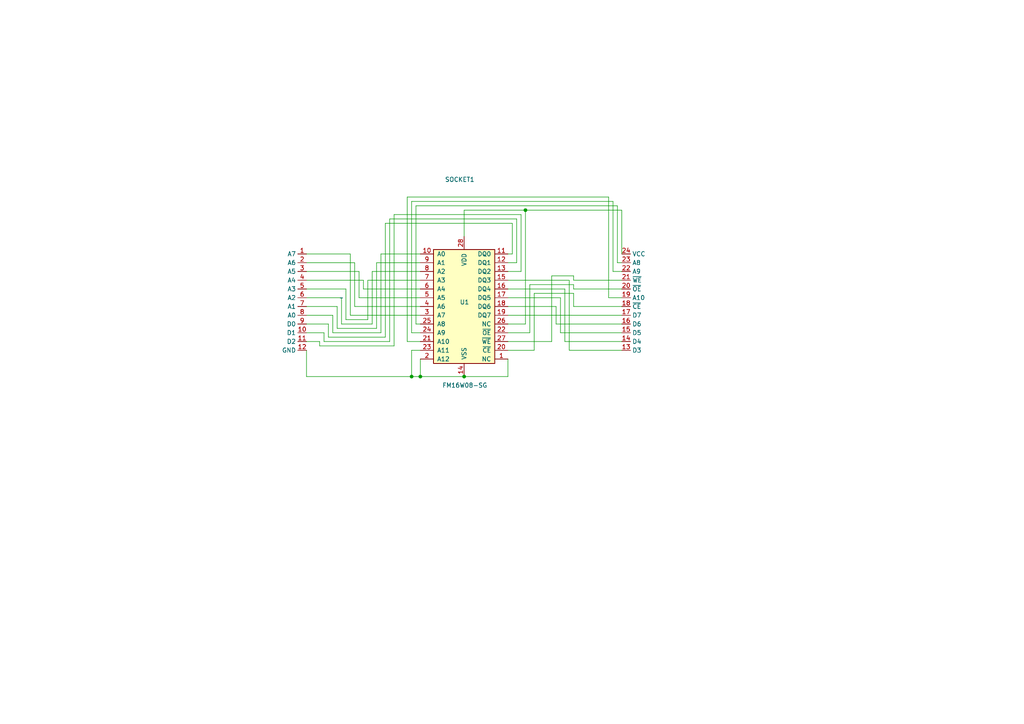
<source format=kicad_sch>
(kicad_sch
	(version 20231120)
	(generator "eeschema")
	(generator_version "8.0")
	(uuid "d13e09fd-2b3f-403c-bbb6-2ee05370011d")
	(paper "A4")
	(lib_symbols
		(symbol "Memory_NVRAM:FM16W08-SG"
			(pin_names
				(offset 1.016)
			)
			(exclude_from_sim no)
			(in_bom yes)
			(on_board yes)
			(property "Reference" "U1"
				(at -1.27 1.27 0)
				(effects
					(font
						(size 1.27 1.27)
					)
					(justify left)
				)
			)
			(property "Value" "FM16W08-SG"
				(at -6.35 -22.86 0)
				(effects
					(font
						(size 1.27 1.27)
					)
					(justify left)
				)
			)
			(property "Footprint" "Package_SO:SOIC-28W_7.5x17.9mm_P1.27mm"
				(at 27.305 26.035 0)
				(effects
					(font
						(size 1.27 1.27)
					)
					(hide yes)
				)
			)
			(property "Datasheet" "http://www.cypress.com/file/41731/download"
				(at 27.305 23.495 0)
				(effects
					(font
						(size 1.27 1.27)
					)
					(hide yes)
				)
			)
			(property "Description" "64Kb FRAM nonvolatile memory, SOIC-28"
				(at 0 0 0)
				(effects
					(font
						(size 1.27 1.27)
					)
					(hide yes)
				)
			)
			(property "ki_keywords" "FRAM 5V Parallel"
				(at 0 0 0)
				(effects
					(font
						(size 1.27 1.27)
					)
					(hide yes)
				)
			)
			(property "ki_fp_filters" "SOIC?28*7.5x17.9mm*P1.27mm*"
				(at 0 0 0)
				(effects
					(font
						(size 1.27 1.27)
					)
					(hide yes)
				)
			)
			(symbol "FM16W08-SG_0_1"
				(rectangle
					(start -8.89 16.51)
					(end 8.89 -16.51)
					(stroke
						(width 0.254)
						(type default)
					)
					(fill
						(type background)
					)
				)
			)
			(symbol "FM16W08-SG_1_1"
				(pin passive line
					(at 12.7 -15.24 180)
					(length 3.81)
					(name "NC"
						(effects
							(font
								(size 1.27 1.27)
							)
						)
					)
					(number "1"
						(effects
							(font
								(size 1.27 1.27)
							)
						)
					)
				)
				(pin input line
					(at -12.7 15.24 0)
					(length 3.81)
					(name "A0"
						(effects
							(font
								(size 1.27 1.27)
							)
						)
					)
					(number "10"
						(effects
							(font
								(size 1.27 1.27)
							)
						)
					)
				)
				(pin bidirectional line
					(at 12.7 15.24 180)
					(length 3.81)
					(name "DQ0"
						(effects
							(font
								(size 1.27 1.27)
							)
						)
					)
					(number "11"
						(effects
							(font
								(size 1.27 1.27)
							)
						)
					)
				)
				(pin bidirectional line
					(at 12.7 12.7 180)
					(length 3.81)
					(name "DQ1"
						(effects
							(font
								(size 1.27 1.27)
							)
						)
					)
					(number "12"
						(effects
							(font
								(size 1.27 1.27)
							)
						)
					)
				)
				(pin bidirectional line
					(at 12.7 10.16 180)
					(length 3.81)
					(name "DQ2"
						(effects
							(font
								(size 1.27 1.27)
							)
						)
					)
					(number "13"
						(effects
							(font
								(size 1.27 1.27)
							)
						)
					)
				)
				(pin power_in line
					(at 0 -20.32 90)
					(length 3.81)
					(name "VSS"
						(effects
							(font
								(size 1.27 1.27)
							)
						)
					)
					(number "14"
						(effects
							(font
								(size 1.27 1.27)
							)
						)
					)
				)
				(pin bidirectional line
					(at 12.7 7.62 180)
					(length 3.81)
					(name "DQ3"
						(effects
							(font
								(size 1.27 1.27)
							)
						)
					)
					(number "15"
						(effects
							(font
								(size 1.27 1.27)
							)
						)
					)
				)
				(pin bidirectional line
					(at 12.7 5.08 180)
					(length 3.81)
					(name "DQ4"
						(effects
							(font
								(size 1.27 1.27)
							)
						)
					)
					(number "16"
						(effects
							(font
								(size 1.27 1.27)
							)
						)
					)
				)
				(pin bidirectional line
					(at 12.7 2.54 180)
					(length 3.81)
					(name "DQ5"
						(effects
							(font
								(size 1.27 1.27)
							)
						)
					)
					(number "17"
						(effects
							(font
								(size 1.27 1.27)
							)
						)
					)
				)
				(pin bidirectional line
					(at 12.7 0 180)
					(length 3.81)
					(name "DQ6"
						(effects
							(font
								(size 1.27 1.27)
							)
						)
					)
					(number "18"
						(effects
							(font
								(size 1.27 1.27)
							)
						)
					)
				)
				(pin bidirectional line
					(at 12.7 -2.54 180)
					(length 3.81)
					(name "DQ7"
						(effects
							(font
								(size 1.27 1.27)
							)
						)
					)
					(number "19"
						(effects
							(font
								(size 1.27 1.27)
							)
						)
					)
				)
				(pin input line
					(at -12.7 -15.24 0)
					(length 3.81)
					(name "A12"
						(effects
							(font
								(size 1.27 1.27)
							)
						)
					)
					(number "2"
						(effects
							(font
								(size 1.27 1.27)
							)
						)
					)
				)
				(pin input line
					(at 12.7 -12.7 180)
					(length 3.81)
					(name "~{CE}"
						(effects
							(font
								(size 1.27 1.27)
							)
						)
					)
					(number "20"
						(effects
							(font
								(size 1.27 1.27)
							)
						)
					)
				)
				(pin input line
					(at -12.7 -10.16 0)
					(length 3.81)
					(name "A10"
						(effects
							(font
								(size 1.27 1.27)
							)
						)
					)
					(number "21"
						(effects
							(font
								(size 1.27 1.27)
							)
						)
					)
				)
				(pin input line
					(at 12.7 -7.62 180)
					(length 3.81)
					(name "~{OE}"
						(effects
							(font
								(size 1.27 1.27)
							)
						)
					)
					(number "22"
						(effects
							(font
								(size 1.27 1.27)
							)
						)
					)
				)
				(pin input line
					(at -12.7 -12.7 0)
					(length 3.81)
					(name "A11"
						(effects
							(font
								(size 1.27 1.27)
							)
						)
					)
					(number "23"
						(effects
							(font
								(size 1.27 1.27)
							)
						)
					)
				)
				(pin input line
					(at -12.7 -7.62 0)
					(length 3.81)
					(name "A9"
						(effects
							(font
								(size 1.27 1.27)
							)
						)
					)
					(number "24"
						(effects
							(font
								(size 1.27 1.27)
							)
						)
					)
				)
				(pin input line
					(at -12.7 -5.08 0)
					(length 3.81)
					(name "A8"
						(effects
							(font
								(size 1.27 1.27)
							)
						)
					)
					(number "25"
						(effects
							(font
								(size 1.27 1.27)
							)
						)
					)
				)
				(pin passive line
					(at 12.7 -5.08 180)
					(length 3.81)
					(name "NC"
						(effects
							(font
								(size 1.27 1.27)
							)
						)
					)
					(number "26"
						(effects
							(font
								(size 1.27 1.27)
							)
						)
					)
				)
				(pin input line
					(at 12.7 -10.16 180)
					(length 3.81)
					(name "~{WE}"
						(effects
							(font
								(size 1.27 1.27)
							)
						)
					)
					(number "27"
						(effects
							(font
								(size 1.27 1.27)
							)
						)
					)
				)
				(pin power_in line
					(at 0 20.32 270)
					(length 3.81)
					(name "VDD"
						(effects
							(font
								(size 1.27 1.27)
							)
						)
					)
					(number "28"
						(effects
							(font
								(size 1.27 1.27)
							)
						)
					)
				)
				(pin input line
					(at -12.7 -2.54 0)
					(length 3.81)
					(name "A7"
						(effects
							(font
								(size 1.27 1.27)
							)
						)
					)
					(number "3"
						(effects
							(font
								(size 1.27 1.27)
							)
						)
					)
				)
				(pin input line
					(at -12.7 0 0)
					(length 3.81)
					(name "A6"
						(effects
							(font
								(size 1.27 1.27)
							)
						)
					)
					(number "4"
						(effects
							(font
								(size 1.27 1.27)
							)
						)
					)
				)
				(pin input line
					(at -12.7 2.54 0)
					(length 3.81)
					(name "A5"
						(effects
							(font
								(size 1.27 1.27)
							)
						)
					)
					(number "5"
						(effects
							(font
								(size 1.27 1.27)
							)
						)
					)
				)
				(pin input line
					(at -12.7 5.08 0)
					(length 3.81)
					(name "A4"
						(effects
							(font
								(size 1.27 1.27)
							)
						)
					)
					(number "6"
						(effects
							(font
								(size 1.27 1.27)
							)
						)
					)
				)
				(pin input line
					(at -12.7 7.62 0)
					(length 3.81)
					(name "A3"
						(effects
							(font
								(size 1.27 1.27)
							)
						)
					)
					(number "7"
						(effects
							(font
								(size 1.27 1.27)
							)
						)
					)
				)
				(pin input line
					(at -12.7 10.16 0)
					(length 3.81)
					(name "A2"
						(effects
							(font
								(size 1.27 1.27)
							)
						)
					)
					(number "8"
						(effects
							(font
								(size 1.27 1.27)
							)
						)
					)
				)
				(pin input line
					(at -12.7 12.7 0)
					(length 3.81)
					(name "A1"
						(effects
							(font
								(size 1.27 1.27)
							)
						)
					)
					(number "9"
						(effects
							(font
								(size 1.27 1.27)
							)
						)
					)
				)
			)
		)
		(symbol "_IanJ_24pinICsocket0.6mm:24pin_IC_socket_0.6mm"
			(exclude_from_sim no)
			(in_bom yes)
			(on_board yes)
			(property "Reference" "SOCKET1"
				(at 34.29 34.29 0)
				(effects
					(font
						(size 1.27 1.27)
					)
				)
			)
			(property "Value" "~"
				(at 0 0 0)
				(effects
					(font
						(size 1.27 1.27)
					)
				)
			)
			(property "Footprint" "Package_DIP:DIP-24_W15.24mm_Socket"
				(at 34.925 30.48 0)
				(effects
					(font
						(size 1.27 1.27)
					)
					(hide yes)
				)
			)
			(property "Datasheet" ""
				(at 0 0 0)
				(effects
					(font
						(size 1.27 1.27)
					)
					(hide yes)
				)
			)
			(property "Description" ""
				(at 0 0 0)
				(effects
					(font
						(size 1.27 1.27)
					)
					(hide yes)
				)
			)
			(symbol "24pin_IC_socket_0.6mm_1_1"
				(pin input line
					(at -10.16 12.7 180)
					(length 2.54)
					(name "A7"
						(effects
							(font
								(size 1.27 1.27)
							)
						)
					)
					(number "1"
						(effects
							(font
								(size 1.27 1.27)
							)
						)
					)
				)
				(pin input line
					(at -10.16 -10.16 180)
					(length 2.54)
					(name "D1"
						(effects
							(font
								(size 1.27 1.27)
							)
						)
					)
					(number "10"
						(effects
							(font
								(size 1.27 1.27)
							)
						)
					)
				)
				(pin input line
					(at -10.16 -12.7 180)
					(length 2.54)
					(name "D2"
						(effects
							(font
								(size 1.27 1.27)
							)
						)
					)
					(number "11"
						(effects
							(font
								(size 1.27 1.27)
							)
						)
					)
				)
				(pin input line
					(at -10.16 -15.24 180)
					(length 2.54)
					(name "GND"
						(effects
							(font
								(size 1.27 1.27)
							)
						)
					)
					(number "12"
						(effects
							(font
								(size 1.27 1.27)
							)
						)
					)
				)
				(pin input line
					(at 81.28 -15.24 0)
					(length 2.54)
					(name "D3"
						(effects
							(font
								(size 1.27 1.27)
							)
						)
					)
					(number "13"
						(effects
							(font
								(size 1.27 1.27)
							)
						)
					)
				)
				(pin input line
					(at 81.28 -12.7 0)
					(length 2.54)
					(name "D4"
						(effects
							(font
								(size 1.27 1.27)
							)
						)
					)
					(number "14"
						(effects
							(font
								(size 1.27 1.27)
							)
						)
					)
				)
				(pin input line
					(at 81.28 -10.16 0)
					(length 2.54)
					(name "D5"
						(effects
							(font
								(size 1.27 1.27)
							)
						)
					)
					(number "15"
						(effects
							(font
								(size 1.27 1.27)
							)
						)
					)
				)
				(pin input line
					(at 81.28 -7.62 0)
					(length 2.54)
					(name "D6"
						(effects
							(font
								(size 1.27 1.27)
							)
						)
					)
					(number "16"
						(effects
							(font
								(size 1.27 1.27)
							)
						)
					)
				)
				(pin input line
					(at 81.28 -5.08 0)
					(length 2.54)
					(name "D7"
						(effects
							(font
								(size 1.27 1.27)
							)
						)
					)
					(number "17"
						(effects
							(font
								(size 1.27 1.27)
							)
						)
					)
				)
				(pin input line
					(at 81.28 -2.54 0)
					(length 2.54)
					(name "~{CE}"
						(effects
							(font
								(size 1.27 1.27)
							)
						)
					)
					(number "18"
						(effects
							(font
								(size 1.27 1.27)
							)
						)
					)
				)
				(pin input line
					(at 81.28 0 0)
					(length 2.54)
					(name "A10"
						(effects
							(font
								(size 1.27 1.27)
							)
						)
					)
					(number "19"
						(effects
							(font
								(size 1.27 1.27)
							)
						)
					)
				)
				(pin input line
					(at -10.16 10.16 180)
					(length 2.54)
					(name "A6"
						(effects
							(font
								(size 1.27 1.27)
							)
						)
					)
					(number "2"
						(effects
							(font
								(size 1.27 1.27)
							)
						)
					)
				)
				(pin input line
					(at 81.28 2.54 0)
					(length 2.54)
					(name "~{OE}"
						(effects
							(font
								(size 1.27 1.27)
							)
						)
					)
					(number "20"
						(effects
							(font
								(size 1.27 1.27)
							)
						)
					)
				)
				(pin input line
					(at 81.28 5.08 0)
					(length 2.54)
					(name "~{WE}"
						(effects
							(font
								(size 1.27 1.27)
							)
						)
					)
					(number "21"
						(effects
							(font
								(size 1.27 1.27)
							)
						)
					)
				)
				(pin input line
					(at 81.28 7.62 0)
					(length 2.54)
					(name "A9"
						(effects
							(font
								(size 1.27 1.27)
							)
						)
					)
					(number "22"
						(effects
							(font
								(size 1.27 1.27)
							)
						)
					)
				)
				(pin input line
					(at 81.28 10.16 0)
					(length 2.54)
					(name "A8"
						(effects
							(font
								(size 1.27 1.27)
							)
						)
					)
					(number "23"
						(effects
							(font
								(size 1.27 1.27)
							)
						)
					)
				)
				(pin input line
					(at 81.28 12.7 0)
					(length 2.54)
					(name "VCC"
						(effects
							(font
								(size 1.27 1.27)
							)
						)
					)
					(number "24"
						(effects
							(font
								(size 1.27 1.27)
							)
						)
					)
				)
				(pin input line
					(at -10.16 7.62 180)
					(length 2.54)
					(name "A5"
						(effects
							(font
								(size 1.27 1.27)
							)
						)
					)
					(number "3"
						(effects
							(font
								(size 1.27 1.27)
							)
						)
					)
				)
				(pin input line
					(at -10.16 5.08 180)
					(length 2.54)
					(name "A4"
						(effects
							(font
								(size 1.27 1.27)
							)
						)
					)
					(number "4"
						(effects
							(font
								(size 1.27 1.27)
							)
						)
					)
				)
				(pin input line
					(at -10.16 2.54 180)
					(length 2.54)
					(name "A3"
						(effects
							(font
								(size 1.27 1.27)
							)
						)
					)
					(number "5"
						(effects
							(font
								(size 1.27 1.27)
							)
						)
					)
				)
				(pin input line
					(at -10.16 0 180)
					(length 2.54)
					(name "A2"
						(effects
							(font
								(size 1.27 1.27)
							)
						)
					)
					(number "6"
						(effects
							(font
								(size 1.27 1.27)
							)
						)
					)
				)
				(pin input line
					(at -10.16 -2.54 180)
					(length 2.54)
					(name "A1"
						(effects
							(font
								(size 1.27 1.27)
							)
						)
					)
					(number "7"
						(effects
							(font
								(size 1.27 1.27)
							)
						)
					)
				)
				(pin input line
					(at -10.16 -5.08 180)
					(length 2.54)
					(name "A0"
						(effects
							(font
								(size 1.27 1.27)
							)
						)
					)
					(number "8"
						(effects
							(font
								(size 1.27 1.27)
							)
						)
					)
				)
				(pin input line
					(at -10.16 -7.62 180)
					(length 2.54)
					(name "D0"
						(effects
							(font
								(size 1.27 1.27)
							)
						)
					)
					(number "9"
						(effects
							(font
								(size 1.27 1.27)
							)
						)
					)
				)
			)
		)
	)
	(junction
		(at 134.62 109.22)
		(diameter 0)
		(color 0 0 0 0)
		(uuid "42e376b3-0fb1-4b1f-9e00-31efe536e7d7")
	)
	(junction
		(at 152.4 60.96)
		(diameter 0)
		(color 0 0 0 0)
		(uuid "bd6962b7-48cb-4b61-b9ea-4cf02aefab1e")
	)
	(junction
		(at 121.92 109.22)
		(diameter 0)
		(color 0 0 0 0)
		(uuid "bf7079a7-6af1-4df9-9331-8999ad85687a")
	)
	(junction
		(at 119.38 109.22)
		(diameter 0)
		(color 0 0 0 0)
		(uuid "c2601310-cfe2-40f9-b428-5b7542cbf465")
	)
	(wire
		(pts
			(xy 110.49 73.66) (xy 110.49 96.52)
		)
		(stroke
			(width 0)
			(type default)
		)
		(uuid "02e78a2a-fbe1-4699-87b7-f12968a85e78")
	)
	(wire
		(pts
			(xy 147.32 93.98) (xy 152.4 93.98)
		)
		(stroke
			(width 0)
			(type default)
		)
		(uuid "0a7e7793-d8eb-4c09-80ea-f97fee4d4c3f")
	)
	(wire
		(pts
			(xy 102.87 88.9) (xy 121.92 88.9)
		)
		(stroke
			(width 0)
			(type default)
		)
		(uuid "0a934a5d-18c1-47da-a7f7-fba4c025b014")
	)
	(wire
		(pts
			(xy 104.14 78.74) (xy 88.9 78.74)
		)
		(stroke
			(width 0)
			(type default)
		)
		(uuid "0c29b7b5-4fc7-49ab-a17e-b46024ba4b19")
	)
	(wire
		(pts
			(xy 147.32 83.82) (xy 163.83 83.82)
		)
		(stroke
			(width 0)
			(type default)
		)
		(uuid "0c52ce14-d440-4d6b-b0de-c8ad9177de33")
	)
	(wire
		(pts
			(xy 104.14 86.36) (xy 104.14 78.74)
		)
		(stroke
			(width 0)
			(type default)
		)
		(uuid "0f744307-179c-44a2-95fd-3d23440aad2d")
	)
	(wire
		(pts
			(xy 107.95 93.98) (xy 99.06 93.98)
		)
		(stroke
			(width 0)
			(type default)
		)
		(uuid "102ecf29-b308-4b9d-a268-2d6ca83d84c4")
	)
	(wire
		(pts
			(xy 97.79 95.25) (xy 97.79 88.9)
		)
		(stroke
			(width 0)
			(type default)
		)
		(uuid "11f40109-28bb-4138-8f08-e9db6ee1522f")
	)
	(wire
		(pts
			(xy 148.59 73.66) (xy 148.59 64.77)
		)
		(stroke
			(width 0)
			(type default)
		)
		(uuid "146703b3-3dc0-49b2-a403-2758ec46c4a0")
	)
	(wire
		(pts
			(xy 161.29 88.9) (xy 161.29 93.98)
		)
		(stroke
			(width 0)
			(type default)
		)
		(uuid "152d4b5f-4909-4c68-bda6-4f37d93da9f5")
	)
	(wire
		(pts
			(xy 147.32 101.6) (xy 154.94 101.6)
		)
		(stroke
			(width 0)
			(type default)
		)
		(uuid "19160b23-f63e-439e-8dc0-0572679f2a04")
	)
	(wire
		(pts
			(xy 163.83 83.82) (xy 163.83 99.06)
		)
		(stroke
			(width 0)
			(type default)
		)
		(uuid "1f912187-5a3f-4292-95f9-62678c11df4f")
	)
	(wire
		(pts
			(xy 121.92 96.52) (xy 119.38 96.52)
		)
		(stroke
			(width 0)
			(type default)
		)
		(uuid "20c256be-1ae2-4270-9713-a8a0ba68b9e1")
	)
	(wire
		(pts
			(xy 163.83 99.06) (xy 180.34 99.06)
		)
		(stroke
			(width 0)
			(type default)
		)
		(uuid "220a55c5-2549-418d-a45d-443b66261bfd")
	)
	(wire
		(pts
			(xy 176.53 86.36) (xy 180.34 86.36)
		)
		(stroke
			(width 0)
			(type default)
		)
		(uuid "288954ab-280a-4116-b92d-0efb87d3f2a8")
	)
	(wire
		(pts
			(xy 88.9 88.9) (xy 97.79 88.9)
		)
		(stroke
			(width 0)
			(type default)
		)
		(uuid "28e17d26-9422-42c5-8d26-2a8218666db8")
	)
	(wire
		(pts
			(xy 119.38 58.42) (xy 177.8 58.42)
		)
		(stroke
			(width 0)
			(type default)
		)
		(uuid "2d974d87-d3fa-46a0-b7f9-41fa38204e38")
	)
	(wire
		(pts
			(xy 147.32 91.44) (xy 180.34 91.44)
		)
		(stroke
			(width 0)
			(type default)
		)
		(uuid "2ee4cc64-a397-425d-af31-62194c6c3f87")
	)
	(wire
		(pts
			(xy 180.34 60.96) (xy 180.34 73.66)
		)
		(stroke
			(width 0)
			(type default)
		)
		(uuid "306f0251-14b4-48d3-919e-e97190a40231")
	)
	(wire
		(pts
			(xy 147.32 78.74) (xy 151.13 78.74)
		)
		(stroke
			(width 0)
			(type default)
		)
		(uuid "30b63b08-c71e-47f5-bc0a-5f08a5b14e27")
	)
	(wire
		(pts
			(xy 161.29 93.98) (xy 180.34 93.98)
		)
		(stroke
			(width 0)
			(type default)
		)
		(uuid "30fd2dfc-5a23-44ea-b0c6-5968d3997621")
	)
	(wire
		(pts
			(xy 121.92 104.14) (xy 121.92 109.22)
		)
		(stroke
			(width 0)
			(type default)
		)
		(uuid "31fbce45-bdc4-4d9e-988d-d17eb32db7cc")
	)
	(wire
		(pts
			(xy 93.98 99.06) (xy 93.98 96.52)
		)
		(stroke
			(width 0)
			(type default)
		)
		(uuid "33b9fe54-3adf-418e-a4c9-ec3dfd432677")
	)
	(wire
		(pts
			(xy 147.32 76.2) (xy 149.86 76.2)
		)
		(stroke
			(width 0)
			(type default)
		)
		(uuid "38f5c5de-b471-4279-82a2-a9bdaf93105f")
	)
	(wire
		(pts
			(xy 151.13 62.23) (xy 114.3 62.23)
		)
		(stroke
			(width 0)
			(type default)
		)
		(uuid "3c880bb1-a7b5-48a0-a65b-d2da4e243ed2")
	)
	(wire
		(pts
			(xy 88.9 93.98) (xy 95.25 93.98)
		)
		(stroke
			(width 0)
			(type default)
		)
		(uuid "40c6190c-3cc3-4ac1-9062-b9ccceaa3793")
	)
	(wire
		(pts
			(xy 166.37 82.55) (xy 166.37 83.82)
		)
		(stroke
			(width 0)
			(type default)
		)
		(uuid "45c7ce37-03ca-4eb3-bb8c-9f7072eadc78")
	)
	(wire
		(pts
			(xy 147.32 81.28) (xy 165.1 81.28)
		)
		(stroke
			(width 0)
			(type default)
		)
		(uuid "48b4a32b-e6ff-46f4-9c87-66cb972265d8")
	)
	(wire
		(pts
			(xy 105.41 81.28) (xy 88.9 81.28)
		)
		(stroke
			(width 0)
			(type default)
		)
		(uuid "4b80c41c-426e-4f89-8da1-4e6db11bad0d")
	)
	(wire
		(pts
			(xy 147.32 96.52) (xy 153.67 96.52)
		)
		(stroke
			(width 0)
			(type default)
		)
		(uuid "4d94728a-c1f9-41a8-a126-91610c9095e5")
	)
	(wire
		(pts
			(xy 149.86 76.2) (xy 149.86 63.5)
		)
		(stroke
			(width 0)
			(type default)
		)
		(uuid "4f8a421b-7731-46f0-8dbf-6513516deca6")
	)
	(wire
		(pts
			(xy 88.9 86.36) (xy 99.06 86.36)
		)
		(stroke
			(width 0)
			(type default)
		)
		(uuid "5261652d-4400-4dba-babb-2afd6d680f18")
	)
	(wire
		(pts
			(xy 111.76 64.77) (xy 111.76 97.79)
		)
		(stroke
			(width 0)
			(type default)
		)
		(uuid "542cf569-d835-469e-ac89-b4af6324669a")
	)
	(wire
		(pts
			(xy 105.41 83.82) (xy 105.41 81.28)
		)
		(stroke
			(width 0)
			(type default)
		)
		(uuid "56871008-5c32-4c41-b94c-1524debe0e06")
	)
	(wire
		(pts
			(xy 114.3 62.23) (xy 114.3 100.33)
		)
		(stroke
			(width 0)
			(type default)
		)
		(uuid "57b2be49-a7cc-4858-aa73-258928e2d9b5")
	)
	(wire
		(pts
			(xy 165.1 81.28) (xy 165.1 101.6)
		)
		(stroke
			(width 0)
			(type default)
		)
		(uuid "5a3ad97b-4367-4609-8e5e-4c85dc09d431")
	)
	(wire
		(pts
			(xy 166.37 80.01) (xy 166.37 81.28)
		)
		(stroke
			(width 0)
			(type default)
		)
		(uuid "5badd702-0330-421b-9fdf-c27d1e8b1a42")
	)
	(wire
		(pts
			(xy 119.38 96.52) (xy 119.38 58.42)
		)
		(stroke
			(width 0)
			(type default)
		)
		(uuid "5ef912a7-7f89-4f9c-9d35-4e17163a5e29")
	)
	(wire
		(pts
			(xy 152.4 60.96) (xy 180.34 60.96)
		)
		(stroke
			(width 0)
			(type default)
		)
		(uuid "5fa397ec-1a1d-46bc-9459-8b6f3f12fa22")
	)
	(wire
		(pts
			(xy 107.95 78.74) (xy 121.92 78.74)
		)
		(stroke
			(width 0)
			(type default)
		)
		(uuid "60787b75-2409-4ac4-9536-66b637b5d19b")
	)
	(wire
		(pts
			(xy 120.65 59.69) (xy 179.07 59.69)
		)
		(stroke
			(width 0)
			(type default)
		)
		(uuid "62910399-3582-4a8d-82fb-7d8329dd7260")
	)
	(wire
		(pts
			(xy 109.22 95.25) (xy 97.79 95.25)
		)
		(stroke
			(width 0)
			(type default)
		)
		(uuid "653aff97-1906-441e-ab6d-858d2ed3e17e")
	)
	(wire
		(pts
			(xy 106.68 92.71) (xy 100.33 92.71)
		)
		(stroke
			(width 0)
			(type default)
		)
		(uuid "653c5095-9810-4340-8186-ed1bde5d6486")
	)
	(wire
		(pts
			(xy 121.92 101.6) (xy 119.38 101.6)
		)
		(stroke
			(width 0)
			(type default)
		)
		(uuid "660d50d3-691f-43cc-a966-0a5f223e72d9")
	)
	(wire
		(pts
			(xy 134.62 109.22) (xy 147.32 109.22)
		)
		(stroke
			(width 0)
			(type default)
		)
		(uuid "6a78d68f-a0da-4883-bed2-1b646be81b7e")
	)
	(wire
		(pts
			(xy 106.68 81.28) (xy 121.92 81.28)
		)
		(stroke
			(width 0)
			(type default)
		)
		(uuid "6ca88305-3115-4b4a-86d0-b1276eefe00a")
	)
	(wire
		(pts
			(xy 147.32 86.36) (xy 162.56 86.36)
		)
		(stroke
			(width 0)
			(type default)
		)
		(uuid "6d6b9047-deaf-487f-a0c3-92f48e103e11")
	)
	(wire
		(pts
			(xy 165.1 101.6) (xy 180.34 101.6)
		)
		(stroke
			(width 0)
			(type default)
		)
		(uuid "6e5880b2-81ba-498b-815e-27f6b8396585")
	)
	(wire
		(pts
			(xy 88.9 73.66) (xy 101.6 73.66)
		)
		(stroke
			(width 0)
			(type default)
		)
		(uuid "6f462eab-6651-46ee-84be-726da6da51c6")
	)
	(wire
		(pts
			(xy 118.11 57.15) (xy 176.53 57.15)
		)
		(stroke
			(width 0)
			(type default)
		)
		(uuid "710d6f3c-d87a-4d4a-bea2-3721b10e33bc")
	)
	(wire
		(pts
			(xy 166.37 88.9) (xy 180.34 88.9)
		)
		(stroke
			(width 0)
			(type default)
		)
		(uuid "714580cb-3ad9-4bb4-ac54-c709cbfd14d2")
	)
	(wire
		(pts
			(xy 162.56 96.52) (xy 180.34 96.52)
		)
		(stroke
			(width 0)
			(type default)
		)
		(uuid "766aae28-4572-4525-b0f6-7bcca6f5bb2b")
	)
	(wire
		(pts
			(xy 102.87 76.2) (xy 88.9 76.2)
		)
		(stroke
			(width 0)
			(type default)
		)
		(uuid "76bb5e1a-595b-4bb2-ae3c-c5cead2e280c")
	)
	(wire
		(pts
			(xy 110.49 96.52) (xy 96.52 96.52)
		)
		(stroke
			(width 0)
			(type default)
		)
		(uuid "76e3d169-e119-4a4c-a16a-77bf0c7611d6")
	)
	(wire
		(pts
			(xy 154.94 101.6) (xy 154.94 85.09)
		)
		(stroke
			(width 0)
			(type default)
		)
		(uuid "799af781-a38b-4f8b-928c-989aac968d6f")
	)
	(wire
		(pts
			(xy 102.87 88.9) (xy 102.87 76.2)
		)
		(stroke
			(width 0)
			(type default)
		)
		(uuid "7aff7521-f46f-4ac5-85cf-599b8c7388b4")
	)
	(wire
		(pts
			(xy 148.59 64.77) (xy 111.76 64.77)
		)
		(stroke
			(width 0)
			(type default)
		)
		(uuid "8492a8c3-811f-4ccb-8d2b-a05913d061bd")
	)
	(wire
		(pts
			(xy 92.71 100.33) (xy 92.71 99.06)
		)
		(stroke
			(width 0)
			(type default)
		)
		(uuid "8a4facf7-dec5-427b-b16c-671d04cb27e1")
	)
	(wire
		(pts
			(xy 147.32 88.9) (xy 161.29 88.9)
		)
		(stroke
			(width 0)
			(type default)
		)
		(uuid "8cf93cbb-cbfb-4ca7-bcfb-758f9aef9b00")
	)
	(wire
		(pts
			(xy 134.62 68.58) (xy 134.62 60.96)
		)
		(stroke
			(width 0)
			(type default)
		)
		(uuid "8e531c72-2ccc-4ce7-a8df-dbe86ff9e5bd")
	)
	(wire
		(pts
			(xy 121.92 99.06) (xy 118.11 99.06)
		)
		(stroke
			(width 0)
			(type default)
		)
		(uuid "917d19e0-20db-42b6-8c1f-3afb90dec4e2")
	)
	(wire
		(pts
			(xy 88.9 101.6) (xy 88.9 109.22)
		)
		(stroke
			(width 0)
			(type default)
		)
		(uuid "9764656e-dfe9-4586-a576-c084afcaa540")
	)
	(wire
		(pts
			(xy 107.95 78.74) (xy 107.95 93.98)
		)
		(stroke
			(width 0)
			(type default)
		)
		(uuid "986a7c3a-6311-4bbf-9874-2a0c4bd39a1a")
	)
	(wire
		(pts
			(xy 99.06 93.98) (xy 99.06 86.36)
		)
		(stroke
			(width 0)
			(type default)
		)
		(uuid "99c16cb8-8c06-4b13-a989-db63fbf5007b")
	)
	(wire
		(pts
			(xy 153.67 96.52) (xy 153.67 82.55)
		)
		(stroke
			(width 0)
			(type default)
		)
		(uuid "9af9be96-4e66-40e8-b6e0-22ee17fc9ea2")
	)
	(wire
		(pts
			(xy 106.68 81.28) (xy 106.68 92.71)
		)
		(stroke
			(width 0)
			(type default)
		)
		(uuid "9c583d99-732c-4dcc-bb14-658845562504")
	)
	(wire
		(pts
			(xy 134.62 109.22) (xy 121.92 109.22)
		)
		(stroke
			(width 0)
			(type default)
		)
		(uuid "a4bd1a81-17d5-4d75-82d2-1094491fa1e7")
	)
	(wire
		(pts
			(xy 119.38 101.6) (xy 119.38 109.22)
		)
		(stroke
			(width 0)
			(type default)
		)
		(uuid "a5e1594d-ecc5-4393-9ba4-9458ecd57c06")
	)
	(wire
		(pts
			(xy 152.4 60.96) (xy 152.4 93.98)
		)
		(stroke
			(width 0)
			(type default)
		)
		(uuid "a6922600-cf31-4404-9a9c-b608698bdcd3")
	)
	(wire
		(pts
			(xy 113.03 63.5) (xy 113.03 99.06)
		)
		(stroke
			(width 0)
			(type default)
		)
		(uuid "a7d0f248-2e43-48c2-b79f-49f0f087bfe4")
	)
	(wire
		(pts
			(xy 120.65 93.98) (xy 120.65 59.69)
		)
		(stroke
			(width 0)
			(type default)
		)
		(uuid "a98719b2-8b3b-4304-9b50-71fd5f985f34")
	)
	(wire
		(pts
			(xy 101.6 91.44) (xy 101.6 73.66)
		)
		(stroke
			(width 0)
			(type default)
		)
		(uuid "aa237c2b-4dff-4040-acb4-f727caa2c037")
	)
	(wire
		(pts
			(xy 96.52 96.52) (xy 96.52 91.44)
		)
		(stroke
			(width 0)
			(type default)
		)
		(uuid "ab395f7b-e2b8-4876-863f-e419720ccda8")
	)
	(wire
		(pts
			(xy 88.9 91.44) (xy 96.52 91.44)
		)
		(stroke
			(width 0)
			(type default)
		)
		(uuid "ad7c906e-2cec-4b48-a455-8211506eafa5")
	)
	(wire
		(pts
			(xy 177.8 58.42) (xy 177.8 78.74)
		)
		(stroke
			(width 0)
			(type default)
		)
		(uuid "ae525b98-7d0a-4310-9ec5-b9117b7a49a5")
	)
	(wire
		(pts
			(xy 179.07 76.2) (xy 180.34 76.2)
		)
		(stroke
			(width 0)
			(type default)
		)
		(uuid "b4bd987c-a7a2-44d9-9023-01c81ebbcc5f")
	)
	(wire
		(pts
			(xy 101.6 91.44) (xy 121.92 91.44)
		)
		(stroke
			(width 0)
			(type default)
		)
		(uuid "b53ab41b-b7e7-4f52-9709-3703cb30f506")
	)
	(wire
		(pts
			(xy 147.32 73.66) (xy 148.59 73.66)
		)
		(stroke
			(width 0)
			(type default)
		)
		(uuid "b657eb12-1af2-485b-9b13-a9fd9f2b7239")
	)
	(wire
		(pts
			(xy 147.32 104.14) (xy 147.32 109.22)
		)
		(stroke
			(width 0)
			(type default)
		)
		(uuid "b7790664-590b-4aae-9ca0-0da06f126838")
	)
	(wire
		(pts
			(xy 134.62 60.96) (xy 152.4 60.96)
		)
		(stroke
			(width 0)
			(type default)
		)
		(uuid "b95467ff-cf4e-431a-a866-1cadcf9937a0")
	)
	(wire
		(pts
			(xy 147.32 99.06) (xy 160.02 99.06)
		)
		(stroke
			(width 0)
			(type default)
		)
		(uuid "ba203d76-16af-46e4-9968-697887ef1c42")
	)
	(wire
		(pts
			(xy 111.76 97.79) (xy 95.25 97.79)
		)
		(stroke
			(width 0)
			(type default)
		)
		(uuid "bd2aa208-4ec7-4984-a455-511a54d3bcc5")
	)
	(wire
		(pts
			(xy 160.02 80.01) (xy 166.37 80.01)
		)
		(stroke
			(width 0)
			(type default)
		)
		(uuid "be22aac1-2f1a-456e-be4e-10c7dacdad28")
	)
	(wire
		(pts
			(xy 154.94 85.09) (xy 166.37 85.09)
		)
		(stroke
			(width 0)
			(type default)
		)
		(uuid "c2549f4d-d1c7-484a-a0ae-a1d750c2b381")
	)
	(wire
		(pts
			(xy 160.02 99.06) (xy 160.02 80.01)
		)
		(stroke
			(width 0)
			(type default)
		)
		(uuid "c6049238-2675-4d4e-9be2-d899328a2444")
	)
	(wire
		(pts
			(xy 151.13 78.74) (xy 151.13 62.23)
		)
		(stroke
			(width 0)
			(type default)
		)
		(uuid "c7a5f027-1a44-493b-8e9e-9bd0019df8aa")
	)
	(wire
		(pts
			(xy 162.56 86.36) (xy 162.56 96.52)
		)
		(stroke
			(width 0)
			(type default)
		)
		(uuid "caa95bca-8285-4467-bcb3-36c45b5f5bfd")
	)
	(wire
		(pts
			(xy 179.07 59.69) (xy 179.07 76.2)
		)
		(stroke
			(width 0)
			(type default)
		)
		(uuid "cdf8248b-8956-4d9e-a9ac-b7fab75f0245")
	)
	(wire
		(pts
			(xy 119.38 109.22) (xy 88.9 109.22)
		)
		(stroke
			(width 0)
			(type default)
		)
		(uuid "cfacaa3a-47d2-44fb-9ea2-68ab4f136672")
	)
	(wire
		(pts
			(xy 100.33 92.71) (xy 100.33 83.82)
		)
		(stroke
			(width 0)
			(type default)
		)
		(uuid "d0f260b7-93b3-477e-8a28-9270c5241d61")
	)
	(wire
		(pts
			(xy 177.8 78.74) (xy 180.34 78.74)
		)
		(stroke
			(width 0)
			(type default)
		)
		(uuid "d3097c72-c349-49b4-8801-9db65d2f007d")
	)
	(wire
		(pts
			(xy 118.11 99.06) (xy 118.11 57.15)
		)
		(stroke
			(width 0)
			(type default)
		)
		(uuid "d4e1bd0b-7b28-4a40-988c-7665ddd5826a")
	)
	(wire
		(pts
			(xy 113.03 99.06) (xy 93.98 99.06)
		)
		(stroke
			(width 0)
			(type default)
		)
		(uuid "d5a631a6-81f7-4ef5-9d2f-f0958eb5cf67")
	)
	(wire
		(pts
			(xy 176.53 57.15) (xy 176.53 86.36)
		)
		(stroke
			(width 0)
			(type default)
		)
		(uuid "d5b1b34f-e1d5-4365-98d0-96c7f300530d")
	)
	(wire
		(pts
			(xy 88.9 96.52) (xy 93.98 96.52)
		)
		(stroke
			(width 0)
			(type default)
		)
		(uuid "d7c5c4e4-b833-46c5-bbfc-cee113d8f2f7")
	)
	(wire
		(pts
			(xy 109.22 76.2) (xy 109.22 95.25)
		)
		(stroke
			(width 0)
			(type default)
		)
		(uuid "d8dc8f38-17e9-4e85-a289-021d3c706f6e")
	)
	(wire
		(pts
			(xy 153.67 82.55) (xy 166.37 82.55)
		)
		(stroke
			(width 0)
			(type default)
		)
		(uuid "d9ddce2f-5ba3-4c66-aef2-e04c775f7676")
	)
	(wire
		(pts
			(xy 121.92 93.98) (xy 120.65 93.98)
		)
		(stroke
			(width 0)
			(type default)
		)
		(uuid "da3db47e-54bf-4d5a-b893-d57e9662d3f5")
	)
	(wire
		(pts
			(xy 95.25 97.79) (xy 95.25 93.98)
		)
		(stroke
			(width 0)
			(type default)
		)
		(uuid "db80c4db-28e1-4571-88c5-95a9e2446bd4")
	)
	(wire
		(pts
			(xy 166.37 81.28) (xy 180.34 81.28)
		)
		(stroke
			(width 0)
			(type default)
		)
		(uuid "dff643f0-04b6-4509-b25a-f8208fdeee38")
	)
	(wire
		(pts
			(xy 121.92 109.22) (xy 119.38 109.22)
		)
		(stroke
			(width 0)
			(type default)
		)
		(uuid "e00f435a-558b-480c-bf4b-1c88582cf03d")
	)
	(wire
		(pts
			(xy 109.22 76.2) (xy 121.92 76.2)
		)
		(stroke
			(width 0)
			(type default)
		)
		(uuid "e6367e8b-abe5-429e-a8d4-b9a8bcec873d")
	)
	(wire
		(pts
			(xy 166.37 85.09) (xy 166.37 88.9)
		)
		(stroke
			(width 0)
			(type default)
		)
		(uuid "e8861217-38b9-44d2-ab94-8ccea6faeea0")
	)
	(wire
		(pts
			(xy 88.9 99.06) (xy 92.71 99.06)
		)
		(stroke
			(width 0)
			(type default)
		)
		(uuid "edc6e5e0-d834-4d1e-9ebd-95a6e520e655")
	)
	(wire
		(pts
			(xy 105.41 83.82) (xy 121.92 83.82)
		)
		(stroke
			(width 0)
			(type default)
		)
		(uuid "efc10f5e-4388-433b-a49c-8a5c53cc0a4a")
	)
	(wire
		(pts
			(xy 88.9 83.82) (xy 100.33 83.82)
		)
		(stroke
			(width 0)
			(type default)
		)
		(uuid "efebffe3-e795-4df3-8c6b-1fe6df8b0794")
	)
	(wire
		(pts
			(xy 166.37 83.82) (xy 180.34 83.82)
		)
		(stroke
			(width 0)
			(type default)
		)
		(uuid "f4516089-48b6-4234-9860-4fd615372b76")
	)
	(wire
		(pts
			(xy 114.3 100.33) (xy 92.71 100.33)
		)
		(stroke
			(width 0)
			(type default)
		)
		(uuid "f6ec3472-0609-49e7-95fe-6eb0ed3f0625")
	)
	(wire
		(pts
			(xy 104.14 86.36) (xy 121.92 86.36)
		)
		(stroke
			(width 0)
			(type default)
		)
		(uuid "fadc1731-b557-4d8c-89f2-d04d2acf8872")
	)
	(wire
		(pts
			(xy 149.86 63.5) (xy 113.03 63.5)
		)
		(stroke
			(width 0)
			(type default)
		)
		(uuid "fc4d804a-5588-49d7-ac0e-07ebdc133980")
	)
	(wire
		(pts
			(xy 110.49 73.66) (xy 121.92 73.66)
		)
		(stroke
			(width 0)
			(type default)
		)
		(uuid "fcca1342-b0a6-4ed5-b8e7-4a28b971d440")
	)
	(symbol
		(lib_id "_IanJ_24pinICsocket0.6mm:24pin_IC_socket_0.6mm")
		(at 99.06 86.36 0)
		(unit 1)
		(exclude_from_sim no)
		(in_bom yes)
		(on_board yes)
		(dnp no)
		(uuid "46b57f7d-a781-40ac-ad0b-db181357fe35")
		(property "Reference" "SOCKET1"
			(at 133.35 52.07 0)
			(effects
				(font
					(size 1.27 1.27)
				)
			)
		)
		(property "Value" "~"
			(at 99.06 86.36 0)
			(effects
				(font
					(size 1.27 1.27)
				)
			)
		)
		(property "Footprint" "Package_DIP:DIP-24_W15.24mm_Socket"
			(at 133.985 55.88 0)
			(effects
				(font
					(size 1.27 1.27)
				)
				(hide yes)
			)
		)
		(property "Datasheet" ""
			(at 99.06 86.36 0)
			(effects
				(font
					(size 1.27 1.27)
				)
				(hide yes)
			)
		)
		(property "Description" ""
			(at 99.06 86.36 0)
			(effects
				(font
					(size 1.27 1.27)
				)
				(hide yes)
			)
		)
		(pin "1"
			(uuid "db7b8787-1c28-4c71-8b79-06183f79e920")
		)
		(pin "10"
			(uuid "1eead891-4449-4725-8513-a540c48ec35e")
		)
		(pin "11"
			(uuid "faeb16c8-d919-425d-b767-7563045fe663")
		)
		(pin "12"
			(uuid "10b217cf-fe45-480b-8382-95422ad35368")
		)
		(pin "13"
			(uuid "35305278-b8fc-448a-b7c0-290f7e387503")
		)
		(pin "14"
			(uuid "b2602bf0-41ee-4298-a44a-4ec553338427")
		)
		(pin "15"
			(uuid "1014ea82-0b51-46d3-906e-bce31eb2f8be")
		)
		(pin "16"
			(uuid "57239e21-bf31-4c59-aeba-7b016b5f8593")
		)
		(pin "17"
			(uuid "58bbfe8f-135e-44bf-9f11-4e349618200b")
		)
		(pin "18"
			(uuid "4ed13b38-f60f-45e4-ac1d-5dea4deb1160")
		)
		(pin "19"
			(uuid "c679658a-882a-470b-b37f-bd7f8a8ca34c")
		)
		(pin "2"
			(uuid "4704edfa-e2ad-47b6-8bb0-cbd82bf30592")
		)
		(pin "20"
			(uuid "ac5f04cc-4f51-44a3-a198-14453bdab570")
		)
		(pin "21"
			(uuid "6154a0d2-ae1c-4fab-9edc-bfc17892a34b")
		)
		(pin "22"
			(uuid "360de938-a3eb-43c5-bc7b-75e20f7759ba")
		)
		(pin "23"
			(uuid "291210eb-0074-4e79-acb3-a9662e90f9ba")
		)
		(pin "24"
			(uuid "4bebff27-4a82-42c3-8a18-b794b714218b")
		)
		(pin "3"
			(uuid "269719e9-e780-4c58-bc31-951d684546be")
		)
		(pin "4"
			(uuid "c31adbf9-1e88-4dff-a794-e2108dd79e42")
		)
		(pin "5"
			(uuid "ca4e1941-be5f-423f-acf4-528a913f3c25")
		)
		(pin "6"
			(uuid "c28a1b72-1e6c-42e1-b61e-653bc4062e7f")
		)
		(pin "7"
			(uuid "e3e48067-0a89-45d7-a5d3-e476970d810c")
		)
		(pin "8"
			(uuid "44356b46-2f3d-4f27-bea2-071c947c04a2")
		)
		(pin "9"
			(uuid "ed134c94-c50e-45db-9ff5-8df030f7821b")
		)
		(instances
			(project "FM16W08-3458A-AdaptorV1.0"
				(path "/d13e09fd-2b3f-403c-bbb6-2ee05370011d"
					(reference "SOCKET1")
					(unit 1)
				)
			)
		)
	)
	(symbol
		(lib_id "Memory_NVRAM:FM16W08-SG")
		(at 134.62 88.9 0)
		(unit 1)
		(exclude_from_sim no)
		(in_bom yes)
		(on_board yes)
		(dnp no)
		(uuid "c2c7473e-cda2-466b-a9ea-c21b99029291")
		(property "Reference" "U1"
			(at 133.35 87.63 0)
			(effects
				(font
					(size 1.27 1.27)
				)
				(justify left)
			)
		)
		(property "Value" "FM16W08-SG"
			(at 128.27 111.76 0)
			(effects
				(font
					(size 1.27 1.27)
				)
				(justify left)
			)
		)
		(property "Footprint" "Package_SO:SOIC-28W_7.5x17.9mm_P1.27mm"
			(at 161.925 62.865 0)
			(effects
				(font
					(size 1.27 1.27)
				)
				(hide yes)
			)
		)
		(property "Datasheet" "http://www.cypress.com/file/41731/download"
			(at 161.925 65.405 0)
			(effects
				(font
					(size 1.27 1.27)
				)
				(hide yes)
			)
		)
		(property "Description" ""
			(at 134.62 88.9 0)
			(effects
				(font
					(size 1.27 1.27)
				)
				(hide yes)
			)
		)
		(pin "1"
			(uuid "653c3a7c-ef2d-439d-9035-f337cb1f67fe")
		)
		(pin "10"
			(uuid "4eef0129-6993-4737-9ab5-bf5df8b1c1f0")
		)
		(pin "11"
			(uuid "5afd3875-3b69-43b1-b582-ee3d0cda6bc9")
		)
		(pin "12"
			(uuid "273bfbb1-2115-4306-9dab-1e554cca310c")
		)
		(pin "13"
			(uuid "f1796de0-a43b-4f87-ab8d-572e2485a4db")
		)
		(pin "14"
			(uuid "5181c667-70f1-4e0a-9275-707343cdf0ec")
		)
		(pin "15"
			(uuid "de175856-22f0-4def-bd64-697aab29de73")
		)
		(pin "16"
			(uuid "f933c1cb-f9a2-4a11-9f8f-7b3f247185d1")
		)
		(pin "17"
			(uuid "46cc8988-fb20-4a50-8ffa-276a6a1654ca")
		)
		(pin "18"
			(uuid "ef2a51fb-8f12-4652-a170-a236c0eb7ebd")
		)
		(pin "19"
			(uuid "fc32b59f-a656-4ed8-9371-99003d03592d")
		)
		(pin "2"
			(uuid "56f1009e-d87f-4f7b-b029-6bae1a29ee82")
		)
		(pin "20"
			(uuid "7cf95ad4-9597-4df9-b891-17f80b1f8338")
		)
		(pin "21"
			(uuid "639dbbd8-28a3-46b6-aab4-1293a7d674a1")
		)
		(pin "22"
			(uuid "31c8b7c0-e180-4710-8fb2-11e133572fde")
		)
		(pin "23"
			(uuid "207651ba-e711-42ac-8806-d854e91e6dfa")
		)
		(pin "24"
			(uuid "894604b5-800e-4059-92ba-c0a9d3cc077d")
		)
		(pin "25"
			(uuid "2143da43-7f38-48da-a0dd-7cb1d6eb21a8")
		)
		(pin "26"
			(uuid "4955a540-25aa-471e-9beb-f629c23a73bf")
		)
		(pin "27"
			(uuid "d5430d30-0be3-4461-a572-680f76b3e103")
		)
		(pin "28"
			(uuid "4b8d7280-d69e-4251-b669-4e6f14b15aa5")
		)
		(pin "3"
			(uuid "f2d10ad0-2ee6-460a-85ee-64d34d0f7df7")
		)
		(pin "4"
			(uuid "6b300c67-f480-49d8-bb3e-d03129031c4b")
		)
		(pin "5"
			(uuid "37c1bea7-4590-4296-a850-0a09465ccb4d")
		)
		(pin "6"
			(uuid "0f6b2163-446b-4ef7-b4a7-03f63674e7fc")
		)
		(pin "7"
			(uuid "7e79f344-a8c3-4f28-bac8-2398022a8aae")
		)
		(pin "8"
			(uuid "da188db5-17ed-4bcd-9b90-f6837dcdb217")
		)
		(pin "9"
			(uuid "3e46397a-a63d-4632-baab-9404c88c518d")
		)
		(instances
			(project "FM16W08-3458A-AdaptorV1.0"
				(path "/d13e09fd-2b3f-403c-bbb6-2ee05370011d"
					(reference "U1")
					(unit 1)
				)
			)
		)
	)
	(sheet_instances
		(path "/"
			(page "1")
		)
	)
)

</source>
